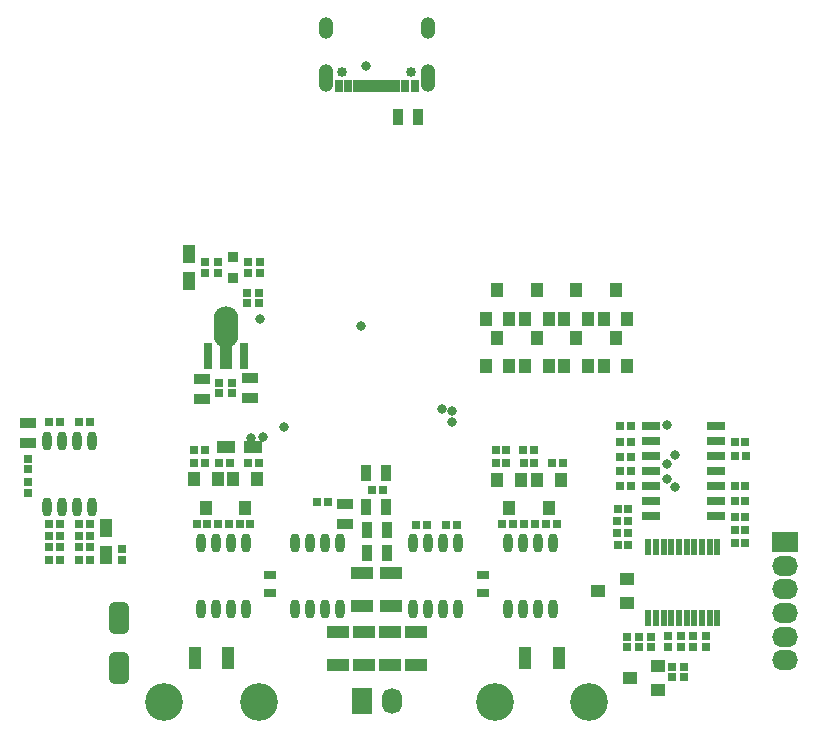
<source format=gts>
%FSLAX25Y25*%
%MOIN*%
G70*
G01*
G75*
G04 Layer_Color=8388736*
%ADD10C,0.00787*%
%ADD11C,0.01181*%
%ADD12R,0.02756X0.04921*%
%ADD13O,0.07874X0.05906*%
%ADD14R,0.07874X0.05906*%
%ADD15C,0.11811*%
%ADD16R,0.01181X0.03347*%
%ADD17R,0.02362X0.03347*%
%ADD18R,0.03543X0.06693*%
%ADD19O,0.05906X0.07874*%
%ADD20R,0.05906X0.07874*%
%ADD21R,0.05512X0.02362*%
%ADD22R,0.03150X0.07874*%
%ADD23R,0.02362X0.07874*%
%ADD24O,0.07480X0.12992*%
%ADD25R,0.01575X0.04724*%
%ADD26R,0.03937X0.03543*%
%ADD27O,0.02362X0.05512*%
%ADD28R,0.02362X0.01969*%
%ADD29R,0.01969X0.02362*%
%ADD30R,0.04921X0.02756*%
%ADD31R,0.03543X0.03937*%
%ADD32R,0.05118X0.03150*%
%ADD33R,0.03150X0.05118*%
%ADD34R,0.03150X0.03150*%
%ADD35R,0.06693X0.03543*%
%ADD36R,0.03543X0.02362*%
G04:AMPARAMS|DCode=37|XSize=98.43mil|YSize=59.06mil|CornerRadius=14.76mil|HoleSize=0mil|Usage=FLASHONLY|Rotation=90.000|XOffset=0mil|YOffset=0mil|HoleType=Round|Shape=RoundedRectangle|*
%AMROUNDEDRECTD37*
21,1,0.09843,0.02953,0,0,90.0*
21,1,0.06890,0.05906,0,0,90.0*
1,1,0.02953,0.01476,0.03445*
1,1,0.02953,0.01476,-0.03445*
1,1,0.02953,-0.01476,-0.03445*
1,1,0.02953,-0.01476,0.03445*
%
%ADD37ROUNDEDRECTD37*%
%ADD38C,0.07874*%
%ADD39C,0.02559*%
G04:AMPARAMS|DCode=40|XSize=39.37mil|YSize=62.99mil|CornerRadius=17.72mil|HoleSize=0mil|Usage=FLASHONLY|Rotation=180.000|XOffset=0mil|YOffset=0mil|HoleType=Round|Shape=RoundedRectangle|*
%AMROUNDEDRECTD40*
21,1,0.03937,0.02756,0,0,180.0*
21,1,0.00394,0.06299,0,0,180.0*
1,1,0.03543,-0.00197,0.01378*
1,1,0.03543,0.00197,0.01378*
1,1,0.03543,0.00197,-0.01378*
1,1,0.03543,-0.00197,-0.01378*
%
%ADD40ROUNDEDRECTD40*%
G04:AMPARAMS|DCode=41|XSize=39.37mil|YSize=82.68mil|CornerRadius=17.72mil|HoleSize=0mil|Usage=FLASHONLY|Rotation=180.000|XOffset=0mil|YOffset=0mil|HoleType=Round|Shape=RoundedRectangle|*
%AMROUNDEDRECTD41*
21,1,0.03937,0.04724,0,0,180.0*
21,1,0.00394,0.08268,0,0,180.0*
1,1,0.03543,-0.00197,0.02362*
1,1,0.03543,0.00197,0.02362*
1,1,0.03543,0.00197,-0.02362*
1,1,0.03543,-0.00197,-0.02362*
%
%ADD41ROUNDEDRECTD41*%
%ADD42C,0.02362*%
%ADD43C,0.00394*%
%ADD44C,0.02362*%
%ADD45C,0.00984*%
%ADD46C,0.01969*%
%ADD47C,0.00197*%
%ADD48C,0.00500*%
%ADD49C,0.00800*%
%ADD50C,0.00591*%
%ADD51C,0.01000*%
%ADD52R,0.03556X0.05721*%
%ADD53O,0.08674X0.06706*%
%ADD54R,0.08674X0.06706*%
%ADD55C,0.12611*%
%ADD56R,0.01981X0.04147*%
%ADD57R,0.03162X0.04147*%
%ADD58R,0.04343X0.07493*%
%ADD59O,0.06706X0.08674*%
%ADD60R,0.06706X0.08674*%
%ADD61R,0.06312X0.03162*%
%ADD62R,0.03950X0.08674*%
%ADD63R,0.03162X0.08674*%
%ADD64O,0.08280X0.13792*%
%ADD65R,0.02375X0.05524*%
%ADD66R,0.04737X0.04343*%
%ADD67O,0.03162X0.06312*%
%ADD68R,0.03162X0.02769*%
%ADD69R,0.02769X0.03162*%
%ADD70R,0.05721X0.03556*%
%ADD71R,0.04343X0.04737*%
%ADD72R,0.05918X0.03950*%
%ADD73R,0.03950X0.05918*%
%ADD74R,0.03543X0.03543*%
%ADD75R,0.07493X0.04343*%
%ADD76R,0.04343X0.03162*%
G04:AMPARAMS|DCode=77|XSize=106.42mil|YSize=67.06mil|CornerRadius=18.76mil|HoleSize=0mil|Usage=FLASHONLY|Rotation=90.000|XOffset=0mil|YOffset=0mil|HoleType=Round|Shape=RoundedRectangle|*
%AMROUNDEDRECTD77*
21,1,0.10642,0.02953,0,0,90.0*
21,1,0.06890,0.06706,0,0,90.0*
1,1,0.03753,0.01476,0.03445*
1,1,0.03753,0.01476,-0.03445*
1,1,0.03753,-0.01476,-0.03445*
1,1,0.03753,-0.01476,0.03445*
%
%ADD77ROUNDEDRECTD77*%
%ADD78C,0.03359*%
G04:AMPARAMS|DCode=79|XSize=47.37mil|YSize=70.99mil|CornerRadius=21.72mil|HoleSize=0mil|Usage=FLASHONLY|Rotation=180.000|XOffset=0mil|YOffset=0mil|HoleType=Round|Shape=RoundedRectangle|*
%AMROUNDEDRECTD79*
21,1,0.04737,0.02756,0,0,180.0*
21,1,0.00394,0.07099,0,0,180.0*
1,1,0.04343,-0.00197,0.01378*
1,1,0.04343,0.00197,0.01378*
1,1,0.04343,0.00197,-0.01378*
1,1,0.04343,-0.00197,-0.01378*
%
%ADD79ROUNDEDRECTD79*%
G04:AMPARAMS|DCode=80|XSize=47.37mil|YSize=90.68mil|CornerRadius=21.72mil|HoleSize=0mil|Usage=FLASHONLY|Rotation=180.000|XOffset=0mil|YOffset=0mil|HoleType=Round|Shape=RoundedRectangle|*
%AMROUNDEDRECTD80*
21,1,0.04737,0.04724,0,0,180.0*
21,1,0.00394,0.09068,0,0,180.0*
1,1,0.04343,-0.00197,0.02362*
1,1,0.04343,0.00197,0.02362*
1,1,0.04343,0.00197,-0.02362*
1,1,0.04343,-0.00197,-0.02362*
%
%ADD80ROUNDEDRECTD80*%
%ADD81C,0.03162*%
D52*
X13780Y210433D02*
D03*
X7087D02*
D03*
X3385Y65332D02*
D03*
X-3308D02*
D03*
X3385Y72910D02*
D03*
X-3308D02*
D03*
X3248Y91929D02*
D03*
X-3445D02*
D03*
X3248Y80512D02*
D03*
X-3445D02*
D03*
D53*
X136024Y37402D02*
D03*
Y45276D02*
D03*
Y53150D02*
D03*
Y61024D02*
D03*
Y29528D02*
D03*
D54*
Y68898D02*
D03*
D55*
X39370Y15748D02*
D03*
X70866D02*
D03*
X-39370D02*
D03*
X-70866D02*
D03*
D56*
X6928Y220918D02*
D03*
X4959D02*
D03*
X2991D02*
D03*
X-946D02*
D03*
X-2915D02*
D03*
X-4883D02*
D03*
X-6852D02*
D03*
X1022D02*
D03*
D57*
X-9411D02*
D03*
X-12561D02*
D03*
X9487D02*
D03*
X12636D02*
D03*
D58*
X60630Y30118D02*
D03*
X49606D02*
D03*
X-60630D02*
D03*
X-49606D02*
D03*
D59*
X5000Y15790D02*
D03*
D60*
X-5000D02*
D03*
D61*
X91551Y107422D02*
D03*
Y77422D02*
D03*
Y82422D02*
D03*
Y87422D02*
D03*
Y92422D02*
D03*
Y97422D02*
D03*
Y102422D02*
D03*
X113008Y107422D02*
D03*
Y102422D02*
D03*
Y97422D02*
D03*
Y92422D02*
D03*
Y87422D02*
D03*
Y82422D02*
D03*
Y77422D02*
D03*
D62*
X-50142Y131026D02*
D03*
D63*
X-44237D02*
D03*
X-56048D02*
D03*
D64*
X-50142Y140475D02*
D03*
D65*
X90514Y43723D02*
D03*
X93073D02*
D03*
X95632D02*
D03*
X98191D02*
D03*
X100750D02*
D03*
X103309D02*
D03*
X105868D02*
D03*
X108427D02*
D03*
X110986D02*
D03*
X113545D02*
D03*
Y67345D02*
D03*
X110986D02*
D03*
X108427D02*
D03*
X105868D02*
D03*
X103309D02*
D03*
X100750D02*
D03*
X98191D02*
D03*
X95632D02*
D03*
X93073D02*
D03*
X90514D02*
D03*
D66*
X73917Y52657D02*
D03*
X83366Y56594D02*
D03*
Y48720D02*
D03*
X93920Y19729D02*
D03*
Y27603D02*
D03*
X84471Y23666D02*
D03*
D67*
X-104818Y80686D02*
D03*
X-104818Y102734D02*
D03*
X-94818D02*
D03*
X-99818Y80686D02*
D03*
X-109818D02*
D03*
X-99818Y102734D02*
D03*
X-109818D02*
D03*
X-94818Y80686D02*
D03*
X-27185Y46434D02*
D03*
X-22185D02*
D03*
X-27185Y68481D02*
D03*
X-12185Y46434D02*
D03*
Y68481D02*
D03*
X-22185D02*
D03*
X-17185Y46434D02*
D03*
Y68481D02*
D03*
X43681Y46434D02*
D03*
X48681D02*
D03*
X43681Y68481D02*
D03*
X58681Y46434D02*
D03*
Y68481D02*
D03*
X48681D02*
D03*
X53681Y46434D02*
D03*
Y68481D02*
D03*
X12185Y46434D02*
D03*
X17185D02*
D03*
X12185Y68481D02*
D03*
X27185Y46434D02*
D03*
Y68481D02*
D03*
X17185D02*
D03*
X22185Y46434D02*
D03*
Y68481D02*
D03*
X-58681Y46434D02*
D03*
X-53681D02*
D03*
X-58681Y68481D02*
D03*
X-43681Y46434D02*
D03*
Y68481D02*
D03*
X-53681D02*
D03*
X-48681Y46434D02*
D03*
Y68481D02*
D03*
D68*
X102483Y23863D02*
D03*
Y27406D02*
D03*
X-43307Y148425D02*
D03*
Y151969D02*
D03*
X-43034Y158617D02*
D03*
Y162161D02*
D03*
X-52406Y118428D02*
D03*
Y121971D02*
D03*
X-38900Y162161D02*
D03*
Y158617D02*
D03*
X-52975Y162161D02*
D03*
Y158617D02*
D03*
X-57207Y158617D02*
D03*
Y162161D02*
D03*
X-39173Y151969D02*
D03*
Y148425D02*
D03*
X98447Y23863D02*
D03*
Y27406D02*
D03*
X105436Y33902D02*
D03*
Y37445D02*
D03*
X97168Y37446D02*
D03*
Y33902D02*
D03*
X83487Y37347D02*
D03*
Y33804D02*
D03*
X-116196Y88757D02*
D03*
Y85214D02*
D03*
X-84744Y66437D02*
D03*
Y62894D02*
D03*
X-48060Y118444D02*
D03*
X-48060Y121987D02*
D03*
X109849Y37430D02*
D03*
X109849Y33886D02*
D03*
X91542Y37331D02*
D03*
X91542Y33788D02*
D03*
X101318Y33918D02*
D03*
X101318Y37461D02*
D03*
X87408Y37331D02*
D03*
X87408Y33788D02*
D03*
X-116181Y93202D02*
D03*
X-116181Y96745D02*
D03*
D69*
X84766Y87445D02*
D03*
X81223D02*
D03*
X84766Y92465D02*
D03*
X81223D02*
D03*
X84766Y97386D02*
D03*
X81223D02*
D03*
X84668Y107426D02*
D03*
X81125D02*
D03*
X84668Y102406D02*
D03*
X81125D02*
D03*
X49016Y95281D02*
D03*
X52559D02*
D03*
X-52429Y95281D02*
D03*
X-48886D02*
D03*
X119412Y102406D02*
D03*
X122955D02*
D03*
X119412Y87445D02*
D03*
X122955D02*
D03*
X122980Y97682D02*
D03*
X119437D02*
D03*
X62106Y95281D02*
D03*
X58563D02*
D03*
X-39240Y95281D02*
D03*
X-42783D02*
D03*
X119412Y82426D02*
D03*
X122955D02*
D03*
X119412Y77406D02*
D03*
X122955D02*
D03*
X56496Y74902D02*
D03*
X60039D02*
D03*
X-45669Y74902D02*
D03*
X-42126D02*
D03*
X43241Y95281D02*
D03*
X39698D02*
D03*
X-57252Y95281D02*
D03*
X-60795D02*
D03*
X45472Y74902D02*
D03*
X41929D02*
D03*
X-56496D02*
D03*
X-60039D02*
D03*
X52756D02*
D03*
X49213D02*
D03*
X-49311D02*
D03*
X-52854D02*
D03*
X13129Y74710D02*
D03*
X16673D02*
D03*
X26712D02*
D03*
X23169D02*
D03*
X119412Y68449D02*
D03*
X122955D02*
D03*
X119412Y72879D02*
D03*
X122955D02*
D03*
X-105566Y62871D02*
D03*
X-109110D02*
D03*
X83782Y71993D02*
D03*
X80239D02*
D03*
X-109110Y75076D02*
D03*
X-105566D02*
D03*
X-99070Y75076D02*
D03*
X-95527D02*
D03*
X-109110Y71041D02*
D03*
X-105566D02*
D03*
X-99070Y67104D02*
D03*
X-95527D02*
D03*
X80337Y68056D02*
D03*
X83881D02*
D03*
X-105566Y108836D02*
D03*
X-109110D02*
D03*
X-19882Y82283D02*
D03*
X-16339D02*
D03*
X83865Y79883D02*
D03*
X80321Y79883D02*
D03*
X43193Y99524D02*
D03*
X39650Y99524D02*
D03*
X-57299D02*
D03*
X-60843Y99524D02*
D03*
X48933Y99523D02*
D03*
X52476Y99523D02*
D03*
X-1461Y86205D02*
D03*
X2083Y86205D02*
D03*
X80255Y75914D02*
D03*
X83798Y75914D02*
D03*
X-109094Y67088D02*
D03*
X-105551Y67088D02*
D03*
X-99054Y62856D02*
D03*
X-95511Y62856D02*
D03*
X-99054Y71025D02*
D03*
X-95511Y71025D02*
D03*
X-99054Y108919D02*
D03*
X-95511Y108919D02*
D03*
D70*
X-10493Y74879D02*
D03*
Y81572D02*
D03*
X-58213Y123349D02*
D03*
Y116656D02*
D03*
X-42072Y123546D02*
D03*
Y116853D02*
D03*
X-116196Y102045D02*
D03*
Y108738D02*
D03*
D71*
X61351Y89671D02*
D03*
X53477D02*
D03*
X57414Y80222D02*
D03*
X-39862Y89862D02*
D03*
X-47736D02*
D03*
X-43799Y80413D02*
D03*
X48063Y89671D02*
D03*
X40189D02*
D03*
X44126Y80222D02*
D03*
X-52854Y89862D02*
D03*
X-60728D02*
D03*
X-56791Y80413D02*
D03*
X49442Y127560D02*
D03*
X57316D02*
D03*
X53379Y137008D02*
D03*
X75689Y143406D02*
D03*
X83563D02*
D03*
X79626Y152855D02*
D03*
X49442Y143406D02*
D03*
X57316D02*
D03*
X53379Y152855D02*
D03*
X75689Y127560D02*
D03*
X83563D02*
D03*
X79626Y137008D02*
D03*
X36319Y127560D02*
D03*
X44193D02*
D03*
X40256Y137008D02*
D03*
X62566Y143406D02*
D03*
X70440D02*
D03*
X66503Y152855D02*
D03*
X36319Y143406D02*
D03*
X44193D02*
D03*
X40256Y152855D02*
D03*
X62566Y127560D02*
D03*
X70440D02*
D03*
X66503Y137008D02*
D03*
D72*
X-50263Y100596D02*
D03*
X-41248D02*
D03*
D73*
X-62522Y164917D02*
D03*
Y155901D02*
D03*
X-90212Y64446D02*
D03*
Y73462D02*
D03*
D74*
X-47955Y163932D02*
D03*
Y156846D02*
D03*
D75*
X-13014Y38834D02*
D03*
Y27810D02*
D03*
X-4784Y47418D02*
D03*
Y58442D02*
D03*
X4334Y38984D02*
D03*
Y27960D02*
D03*
X-4353Y38932D02*
D03*
Y27909D02*
D03*
X4763Y58442D02*
D03*
Y47418D02*
D03*
X12998Y38984D02*
D03*
Y27960D02*
D03*
D76*
X-35433Y51968D02*
D03*
Y57874D02*
D03*
X35433D02*
D03*
Y51968D02*
D03*
D77*
X-85925Y43602D02*
D03*
Y26870D02*
D03*
D78*
X-11379Y225702D02*
D03*
X11377D02*
D03*
D79*
X17065Y240190D02*
D03*
X-16990D02*
D03*
D80*
X-16970Y223733D02*
D03*
X17065D02*
D03*
D81*
X-5118Y140945D02*
D03*
X-37795Y103937D02*
D03*
X96850Y107874D02*
D03*
X25000Y108858D02*
D03*
X25197Y112697D02*
D03*
X21752Y113386D02*
D03*
X-3642Y227559D02*
D03*
X-31004Y107087D02*
D03*
X-41732Y103740D02*
D03*
X-38976Y143405D02*
D03*
X96949Y89961D02*
D03*
Y95079D02*
D03*
X99508Y97933D02*
D03*
X99410Y87205D02*
D03*
M02*

</source>
